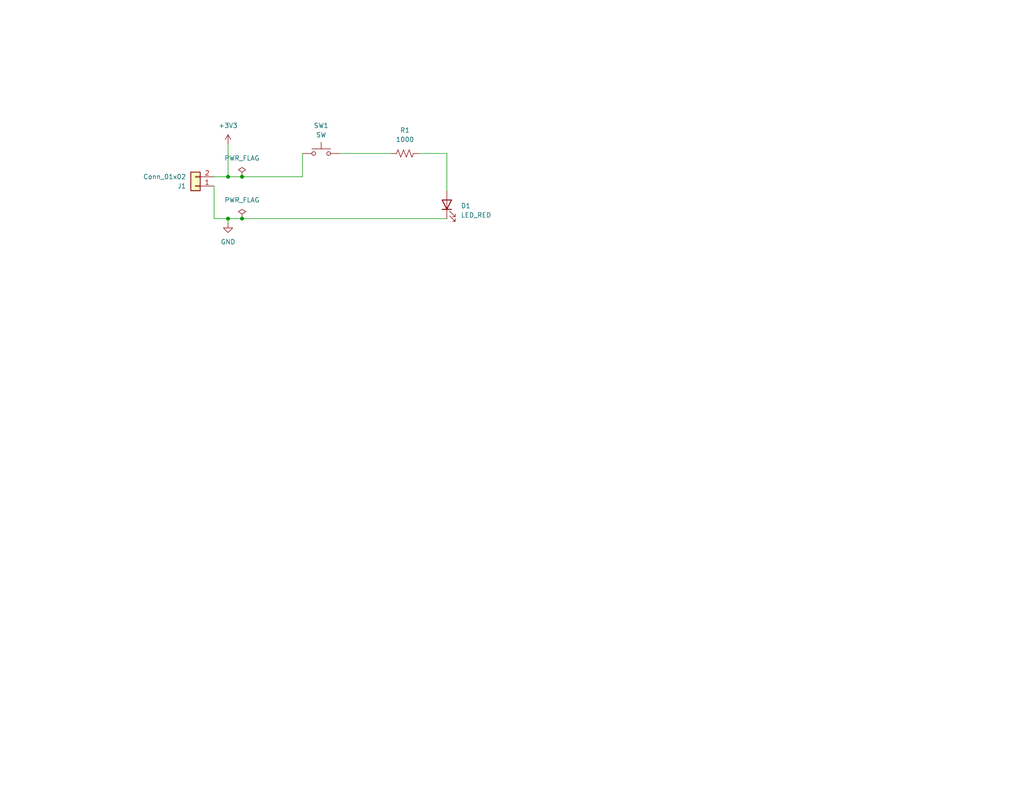
<source format=kicad_sch>
(kicad_sch (version 20211123) (generator eeschema)
  (paper "USLetter")
  (title_block (title "Template") (date "2022-08-16") (rev "0.0") (company "Illini Solar Car") (comment 1 "Designed By: Your Name"))
  (lib_symbols
    (symbol "Connector_Generic:Conn_01x02" (pin_names (offset 1.016) hide)
      (property "Reference" "J" (at 0 2.54 0))
      (property "Value" "Conn_01x02" (at 0 -5.08 0))
      (symbol "Conn_01x02_1_1"
        (rectangle (start -1.27 -2.413) (end 0 -2.667) (stroke (width 0.1524)))
        (rectangle (start -1.27 0.127) (end 0 -0.127) (stroke (width 0.1524)))
        (rectangle (start -1.27 1.27) (end 1.27 -3.81) (stroke (width 0.254)) (fill (type background)))
        (pin passive line (at -5.08 0 0) (length 3.81) (name "Pin_1") (number "1"))
        (pin passive line (at -5.08 -2.54 0) (length 3.81) (name "Pin_2") (number "2"))
      )
    )
    (symbol "Device:LED" (pin_numbers hide) (pin_names (offset 1.016) hide)
      (property "Reference" "D" (at 0 2.54 0))
      (property "Value" "LED" (at 0 -2.54 0))
      (symbol "LED_0_1"
        (polyline (pts (xy -1.27 -1.27) (xy -1.27 1.27)) (stroke (width 0.254)))
        (polyline (pts (xy -1.27 0) (xy 1.27 0)))
        (polyline (pts (xy 1.27 -1.27) (xy 1.27 1.27) (xy -1.27 0) (xy 1.27 -1.27)) (stroke (width 0.254)))
        (polyline (pts (xy -3.048 -0.762) (xy -4.572 -2.286) (xy -3.81 -2.286) (xy -4.572 -2.286) (xy -4.572 -1.524)))
        (polyline (pts (xy -1.778 -0.762) (xy -3.302 -2.286) (xy -2.54 -2.286) (xy -3.302 -2.286) (xy -3.302 -1.524)))
      )
      (symbol "LED_1_1"
        (pin passive line (at -3.81 0 0) (length 2.54) (name "K") (number "1"))
        (pin passive line (at 3.81 0 180) (length 2.54) (name "A") (number "2"))
      )
    )
    (symbol "Device:R_US" (pin_numbers hide) (pin_names (offset 0))
      (property "Reference" "R" (at 2.54 0 90))
      (property "Value" "R_US" (at -2.54 0 90))
      (symbol "R_US_0_1"
        (polyline (pts (xy 0 -2.286) (xy 0 -2.54)))
        (polyline (pts (xy 0 2.286) (xy 0 2.54)))
        (polyline (pts (xy 0 -0.762) (xy 1.016 -1.143) (xy 0 -1.524) (xy -1.016 -1.905) (xy 0 -2.286)))
        (polyline (pts (xy 0 0.762) (xy 1.016 0.381) (xy 0 0) (xy -1.016 -0.381) (xy 0 -0.762)))
        (polyline (pts (xy 0 2.286) (xy 1.016 1.905) (xy 0 1.524) (xy -1.016 1.143) (xy 0 0.762)))
      )
      (symbol "R_US_1_1"
        (pin passive line (at 0 3.81 270) (length 1.27) (name "~") (number "1"))
        (pin passive line (at 0 -3.81 90) (length 1.27) (name "~") (number "2"))
      )
    )
    (symbol "Switch:SW_Push" (pin_numbers hide) (pin_names (offset 1.016) hide)
      (property "Reference" "SW" (at 1.27 2.54 0))
      (property "Value" "SW_Push" (at 0 -1.524 0))
      (symbol "SW_Push_0_1"
        (circle (center -2.032 0) (radius 0.508))
        (polyline (pts (xy 0 1.27) (xy 0 3.048)))
        (polyline (pts (xy 2.54 1.27) (xy -2.54 1.27)))
        (circle (center 2.032 0) (radius 0.508))
        (pin passive line (at -5.08 0 0) (length 2.54) (name "1") (number "1"))
        (pin passive line (at 5.08 0 180) (length 2.54) (name "2") (number "2"))
      )
    )
    (symbol "power:+3V3" (power) (pin_names (offset 0))
      (property "Value" "+3V3" (at 0 3.556 0))
      (symbol "+3V3_0_1"
        (polyline (pts (xy -0.762 1.27) (xy 0 2.54)))
        (polyline (pts (xy 0 0) (xy 0 2.54)))
        (polyline (pts (xy 0 2.54) (xy 0.762 1.27)))
      )
      (symbol "+3V3_1_1"
        (pin power_in line (at 0 0 90) (length 0) hide (name "+3V3") (number "1"))
      )
    )
    (symbol "power:GND" (power) (pin_names (offset 0))
      (property "Value" "GND" (at 0 -3.81 0))
      (symbol "GND_0_1"
        (polyline (pts (xy 0 0) (xy 0 -1.27) (xy 1.27 -1.27) (xy 0 -2.54) (xy -1.27 -1.27) (xy 0 -1.27)))
      )
      (symbol "GND_1_1"
        (pin power_in line (at 0 0 270) (length 0) hide (name "GND") (number "1"))
      )
    )
    (symbol "power:PWR_FLAG" (power) (pin_numbers hide) (pin_names (offset 0) hide)
      (property "Value" "PWR_FLAG" (at 0 3.81 0))
      (symbol "PWR_FLAG_0_0"
        (pin power_out line (at 0 0 90) (length 0) (name "pwr") (number "1"))
      )
      (symbol "PWR_FLAG_0_1"
        (polyline (pts (xy 0 0) (xy 0 1.27) (xy -1.016 1.905) (xy 0 2.54) (xy 1.016 1.905) (xy 0 1.27)))
      )
    )
  )
  (junction (at 62.23 59.69))
  (junction (at 62.23 48.26))
  (junction (at 66.04 48.26))
  (junction (at 66.04 59.69))
  (wire (pts (xy 92.71 41.91) (xy 106.68 41.91)))
  (wire (pts (xy 62.23 59.69) (xy 66.04 59.69)))
  (wire (pts (xy 58.42 48.26) (xy 62.23 48.26)))
  (wire (pts (xy 58.42 50.8) (xy 58.42 59.69)))
  (wire (pts (xy 62.23 59.69) (xy 62.23 60.96)))
  (wire (pts (xy 66.04 59.69) (xy 121.92 59.69)))
  (wire (pts (xy 121.92 41.91) (xy 121.92 52.07)))
  (wire (pts (xy 62.23 48.26) (xy 66.04 48.26)))
  (wire (pts (xy 66.04 48.26) (xy 82.55 48.26)))
  (wire (pts (xy 82.55 48.26) (xy 82.55 41.91)))
  (wire (pts (xy 58.42 59.69) (xy 62.23 59.69)))
  (wire (pts (xy 62.23 48.26) (xy 62.23 39.37)))
  (wire (pts (xy 114.3 41.91) (xy 121.92 41.91)))
  (symbol (lib_id "power:GND") (at 62.23 60.96 0) (unit 1)
    (property "Reference" "#PWR0101" (effects hide))
    (property "Value" "GND" (at 62.23 66.04 0))
  )
  (symbol (lib_id "power:PWR_FLAG") (at 66.04 48.26 0) (unit 1)
    (property "Reference" "#FLG0101" (effects hide))
    (property "Value" "PWR_FLAG" (at 66.04 43.18 0))
  )
  (symbol (lib_id "power:+3V3") (at 62.23 39.37 0) (unit 1)
    (property "Reference" "#PWR0102" (effects hide))
    (property "Value" "+3V3" (at 62.23 34.29 0))
  )
  (symbol (lib_id "Device:LED") (at 121.92 55.88 90) (unit 1)
    (property "Reference" "D1" (at 125.73 56.1974 90) (effects (justify right)))
    (property "Value" "LED_RED" (at 125.73 58.7374 90) (effects (justify right)))
    (property "Footprint" "layout:LED_0603_Symbol_on_F.SilkS" (effects hide))
  )
  (symbol (lib_id "Switch:SW_Push") (at 87.63 41.91 0) (unit 1)
    (property "Reference" "SW1" (at 87.63 34.29 0))
    (property "Value" "SW" (at 87.63 36.83 0))
    (property "Footprint" "Button_Switch_SMD:SW_DIP_SPSTx01_Slide_6.7x4.1mm_W8.61mm_P2.54mm_LowProfile" (effects hide))
  )
  (symbol (lib_id "power:PWR_FLAG") (at 66.04 59.69 0) (unit 1)
    (property "Reference" "#FLG0102" (effects hide))
    (property "Value" "PWR_FLAG" (at 66.04 54.61 0))
  )
  (symbol (lib_id "Device:R_US") (at 110.49 41.91 270) (unit 1)
    (property "Reference" "R1" (at 110.49 35.56 90))
    (property "Value" "1000" (at 110.49 38.1 90))
    (property "Footprint" "Resistor_SMD:R_0201_0603Metric_Pad0.64x0.40mm_HandSolder" (effects hide))
  )
  (symbol (lib_id "Connector_Generic:Conn_01x02") (at 53.34 50.8 180) (unit 1)
    (property "Reference" "J1" (at 50.8 50.8001 0) (effects (justify left)))
    (property "Value" "Conn_01x02" (at 50.8 48.2601 0) (effects (justify left)))
    (property "Footprint" "Connector_Molex:Molex_KK-254_AE-6410-02A_1x02_P2.54mm_Vertical" (effects hide))
  )
)
</source>
